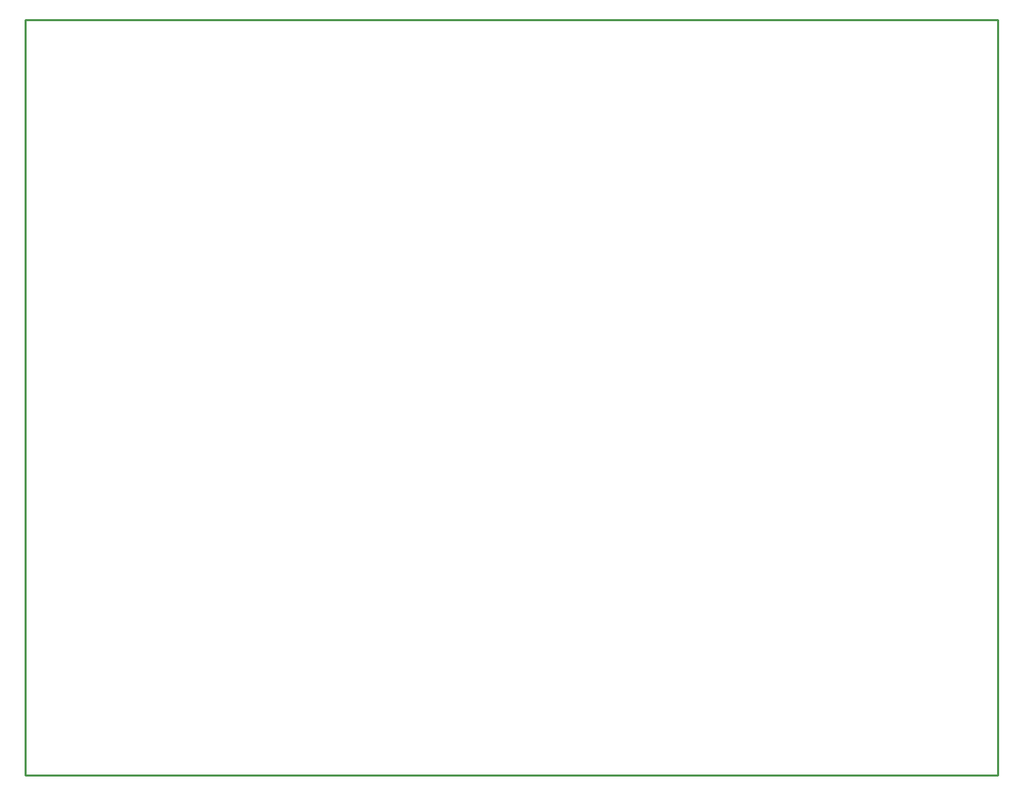
<source format=gbr>
G04 EAGLE Gerber RS-274X export*
G75*
%MOMM*%
%FSLAX34Y34*%
%LPD*%
%IN*%
%IPPOS*%
%AMOC8*
5,1,8,0,0,1.08239X$1,22.5*%
G01*
%ADD10C,0.254000*%


D10*
X0Y0D02*
X1206300Y0D01*
X1206300Y936500D01*
X0Y936500D01*
X0Y0D01*
M02*

</source>
